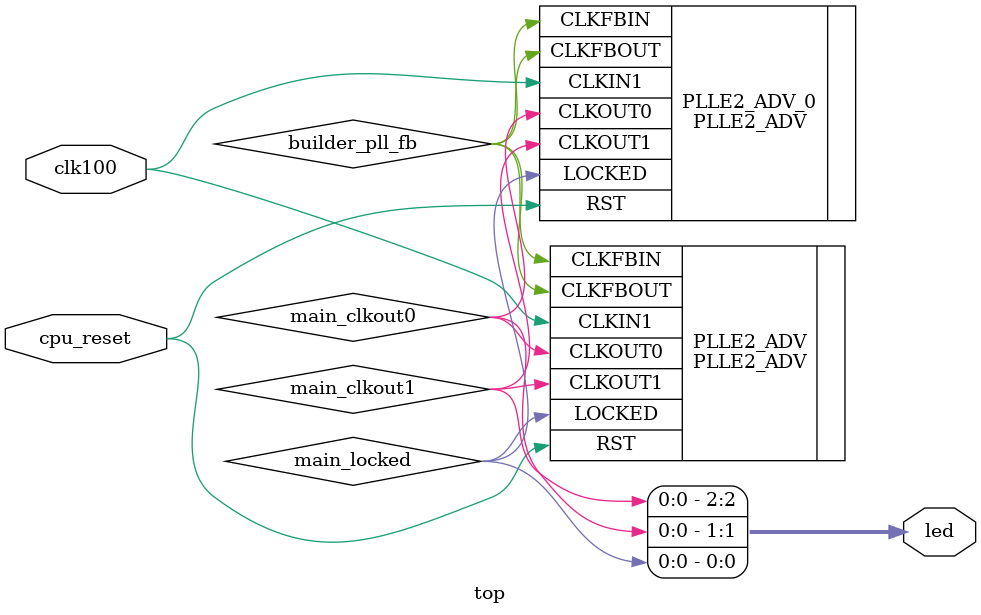
<source format=v>

module top (
    (* dont_touch = "true" *) input clk100,
    input cpu_reset,
    output [2:0] led
);

  wire [2:0] led;
  wire builder_pll_fb;

  assign led[0] = main_locked;
  assign led[1] = main_clkout0;
  assign led[2] = main_clkout1;

  PLLE2_ADV #(
      .CLKFBOUT_MULT(4'd12),
      .CLKIN1_PERIOD(10.0),
      .CLKOUT0_DIVIDE(5'd20),
      .CLKOUT0_PHASE(1'd0),
      .CLKOUT1_DIVIDE(3'd5),
      .CLKOUT1_PHASE(1'd0),
      .CLKOUT2_DIVIDE(3'd5),
      .CLKOUT2_PHASE(7'd70),
      .CLKOUT3_DIVIDE(3'd6),
      .CLKOUT3_PHASE(1'd0),
      .DIVCLK_DIVIDE(1'd1),
      .REF_JITTER1(0.01),
      .STARTUP_WAIT("FALSE")
  ) PLLE2_ADV_0 (
      .CLKFBIN(builder_pll_fb),
      .CLKIN1(clk100),
      .RST(cpu_reset),
      .CLKFBOUT(builder_pll_fb),
      .CLKOUT0(main_clkout0),
      .CLKOUT1(main_clkout1),
      .LOCKED(main_locked)
  );
  PLLE2_ADV #(
      .CLKFBOUT_MULT(4'd12),
      .CLKIN1_PERIOD(10.0),
      .CLKOUT0_DIVIDE(5'd20),
      .CLKOUT0_PHASE(1'd0),
      .CLKOUT1_DIVIDE(3'd5),
      .CLKOUT1_PHASE(1'd0),
      .CLKOUT2_DIVIDE(3'd5),
      .CLKOUT2_PHASE(7'd90),
      .CLKOUT3_DIVIDE(3'd6),
      .CLKOUT3_PHASE(1'd0),
      .DIVCLK_DIVIDE(1'd1),
      .REF_JITTER1(0.01),
      .STARTUP_WAIT("FALSE")
  ) PLLE2_ADV (
      .CLKFBIN(builder_pll_fb),
      .CLKIN1(clk100),
      .RST(cpu_reset),
      .CLKFBOUT(builder_pll_fb),
      .CLKOUT0(main_clkout0),
      .CLKOUT1(main_clkout1),
      .LOCKED(main_locked)
  );

endmodule

</source>
